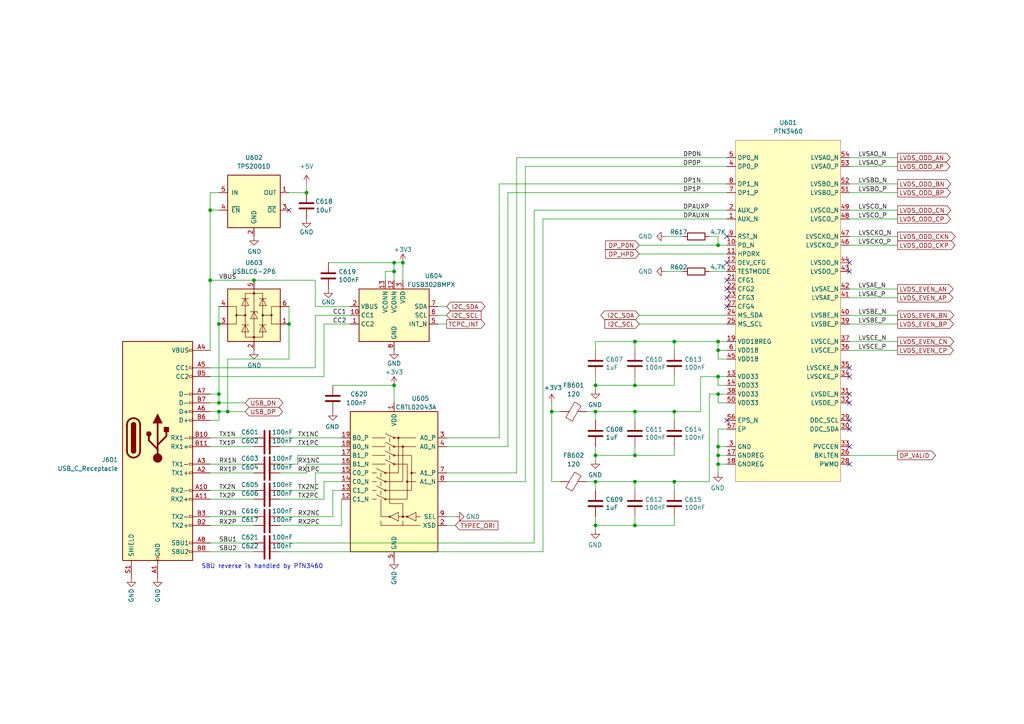
<source format=kicad_sch>
(kicad_sch (version 20211123) (generator eeschema)
  (paper "A4")
  (title_block (title "Caster EPDC") (date "2022-07-03") (rev "R0.4") (company "Copyright 2022 Modos / Engineer: Wenting Zhang"))
  (lib_symbols
    (symbol "Analog_Switch:CBTL02043A"
      (property "Reference" "U" (at -12.7 21.59 0))
      (property "Value" "CBTL02043A" (at 6.35 21.59 0))
      (symbol "CBTL02043A_0_1"
        (rectangle (start -12.7 20.32) (end 12.7 -20.32) (stroke (width 0.254)) (fill (type background)))
        (circle (center -5.08 2.54) (radius 0.254) (fill (type outline)))
        (circle (center -3.81 0) (radius 0.254) (fill (type outline)))
        (circle (center -2.54 10.16) (radius 0.254) (fill (type outline)))
        (circle (center -1.27 12.7) (radius 0.254) (fill (type outline)))
        (polyline (pts (xy -7.62 -10.16) (xy -6.35 -10.16)))
        (polyline (pts (xy -7.62 -12.7) (xy -2.54 -12.7) (xy -2.54 -11.43)))
        (polyline (pts (xy -2.54 -12.7) (xy 3.81 -12.7) (xy 3.81 -11.43)))
        (polyline (pts (xy 1.27 -10.16) (xy -1.27 -8.89) (xy -1.27 -11.43) (xy 1.27 -10.16)))
        (polyline (pts (xy 5.08 -3.81) (xy 2.54 -5.08) (xy -3.81 -5.08) (xy -3.81 0)))
        (polyline (pts (xy 5.08 -1.27) (xy 2.54 -2.54) (xy -5.08 -2.54) (xy -5.08 2.54)))
        (polyline (pts (xy 5.08 1.27) (xy 2.54 0) (xy -2.54 0) (xy -2.54 10.16)))
        (polyline (pts (xy 5.08 3.81) (xy 2.54 2.54) (xy -1.27 2.54) (xy -1.27 12.7)))
      )
      (symbol "CBTL02043A_1_1"
        (circle (center -3.81 -10.16) (radius 0.254))
        (circle (center -2.54 -10.16) (radius 0.254) (fill (type outline)))
        (polyline (pts (xy -2.54 -10.16) (xy -1.27 -10.16)))
        (polyline (pts (xy 1.27 5.08) (xy 1.27 3.81)))
        (polyline (pts (xy 1.27 7.62) (xy 1.27 6.35)))
        (polyline (pts (xy 1.27 10.16) (xy 1.27 8.89)))
        (polyline (pts (xy 1.27 12.7) (xy 1.27 11.43)))
        (polyline (pts (xy 3.81 -3.81) (xy 3.81 -2.54)))
        (polyline (pts (xy 3.81 -1.27) (xy 3.81 0)))
        (polyline (pts (xy 3.81 1.27) (xy 3.81 2.54)))
        (polyline (pts (xy 6.35 -5.08) (xy 5.08 -5.08)))
        (polyline (pts (xy 6.35 -2.54) (xy 5.08 -2.54)))
        (polyline (pts (xy 6.35 0) (xy 5.08 0)))
        (polyline (pts (xy 6.35 2.54) (xy 5.08 2.54)))
        (polyline (pts (xy 6.35 5.08) (xy 2.54 5.08)))
        (polyline (pts (xy 6.35 7.62) (xy 2.54 7.62)))
        (polyline (pts (xy 6.35 10.16) (xy 2.54 10.16)))
        (polyline (pts (xy 6.35 12.7) (xy 2.54 12.7)))
        (polyline (pts (xy -6.35 10.16) (xy 0 10.16) (xy 2.54 11.43)))
        (polyline (pts (xy -6.35 12.7) (xy 0 12.7) (xy 2.54 13.97)))
        (polyline (pts (xy 1.27 -10.16) (xy 3.81 -10.16) (xy 3.81 -5.08)))
        (polyline (pts (xy -3.81 -10.16) (xy -6.35 -8.89) (xy -6.35 -11.43) (xy -3.81 -10.16)))
        (polyline (pts (xy -6.35 0) (xy -3.81 0) (xy -3.81 5.08) (xy 0 5.08) (xy 2.54 6.35)))
        (polyline (pts (xy -6.35 2.54) (xy -5.08 2.54) (xy -5.08 7.62) (xy 0 7.62) (xy 2.54 8.89)))
        (polyline (pts (xy 1.27 3.81) (xy 1.27 -6.35) (xy -2.54 -6.35) (xy -2.54 -10.16) (xy -3.81 -10.16)))
        (circle (center 0 5.08) (radius 0.254))
        (circle (center 0 7.62) (radius 0.254))
        (circle (center 0 10.16) (radius 0.254))
        (circle (center 0 12.7) (radius 0.254))
        (circle (center 1.27 -10.16) (radius 0.254))
        (circle (center 2.54 -5.08) (radius 0.254))
        (circle (center 2.54 -2.54) (radius 0.254))
        (circle (center 2.54 0) (radius 0.254))
        (circle (center 2.54 2.54) (radius 0.254))
        (pin power_in line (at 0 22.86 270) (length 2.54) (name "VDD") (number "1"))
        (pin passive line (at 0 22.86 270) (length 2.54) hide (name "VDD") (number "10"))
        (pin passive line (at 0 -22.86 90) (length 2.54) hide (name "GND") (number "11"))
        (pin passive line (at 15.24 -5.08 180) (length 2.54) (name "C1_N") (number "12"))
        (pin passive line (at 15.24 -2.54 180) (length 2.54) (name "C1_P") (number "13"))
        (pin passive line (at 15.24 0 180) (length 2.54) (name "C0_N") (number "14"))
        (pin passive line (at 15.24 2.54 180) (length 2.54) (name "C0_P") (number "15"))
        (pin passive line (at 15.24 5.08 180) (length 2.54) (name "B1_N") (number "16"))
        (pin passive line (at 15.24 7.62 180) (length 2.54) (name "B1_P") (number "17"))
        (pin passive line (at 15.24 10.16 180) (length 2.54) (name "B0_N") (number "18"))
        (pin passive line (at 15.24 12.7 180) (length 2.54) (name "B0_P") (number "19"))
        (pin input line (at -15.24 -12.7 0) (length 2.54) (name "XSD") (number "2"))
        (pin passive line (at 0 -22.86 90) (length 2.54) hide (name "GND") (number "20"))
        (pin passive line (at 0 -22.86 90) (length 2.54) hide (name "GND") (number "21"))
        (pin passive line (at -15.24 12.7 0) (length 2.54) (name "A0_P") (number "3"))
        (pin passive line (at -15.24 10.16 0) (length 2.54) (name "A0_N") (number "4"))
        (pin power_in line (at 0 -22.86 90) (length 2.54) (name "GND") (number "5"))
        (pin passive line (at 0 22.86 270) (length 2.54) hide (name "VDD") (number "6"))
        (pin passive line (at -15.24 2.54 0) (length 2.54) (name "A1_P") (number "7"))
        (pin passive line (at -15.24 0 0) (length 2.54) (name "A1_N") (number "8"))
        (pin input line (at -15.24 -10.16 0) (length 2.54) (name "SEL") (number "9"))
      )
    )
    (symbol "Connector:USB_C_Receptacle" (pin_names (offset 1.016))
      (property "Reference" "J" (at -10.16 29.21 0))
      (property "Value" "USB_C_Receptacle" (at 10.16 29.21 0))
      (symbol "USB_C_Receptacle_0_0"
        (rectangle (start -0.254 -35.56) (end 0.254 -34.544))
        (rectangle (start 10.16 -32.766) (end 9.144 -33.274))
        (rectangle (start 10.16 -30.226) (end 9.144 -30.734))
        (rectangle (start 10.16 -25.146) (end 9.144 -25.654))
        (rectangle (start 10.16 -22.606) (end 9.144 -23.114))
        (rectangle (start 10.16 -17.526) (end 9.144 -18.034))
        (rectangle (start 10.16 -14.986) (end 9.144 -15.494))
        (rectangle (start 10.16 -9.906) (end 9.144 -10.414))
        (rectangle (start 10.16 -7.366) (end 9.144 -7.874))
        (rectangle (start 10.16 -2.286) (end 9.144 -2.794))
        (rectangle (start 10.16 0.254) (end 9.144 -0.254))
        (rectangle (start 10.16 5.334) (end 9.144 4.826))
        (rectangle (start 10.16 7.874) (end 9.144 7.366))
        (rectangle (start 10.16 10.414) (end 9.144 9.906))
        (rectangle (start 10.16 12.954) (end 9.144 12.446))
        (rectangle (start 10.16 18.034) (end 9.144 17.526))
        (rectangle (start 10.16 20.574) (end 9.144 20.066))
        (rectangle (start 10.16 25.654) (end 9.144 25.146))
      )
      (symbol "USB_C_Receptacle_0_1"
        (rectangle (start -10.16 27.94) (end 10.16 -35.56) (stroke (width 0.254)) (fill (type background)))
        (arc (start -8.89 -3.81) (mid -6.985 -5.715) (end -5.08 -3.81) (stroke (width 0.508)))
        (arc (start -7.62 -3.81) (mid -6.985 -4.445) (end -6.35 -3.81) (stroke (width 0.254)))
        (arc (start -7.62 -3.81) (mid -6.985 -4.445) (end -6.35 -3.81) (stroke (width 0.254)) (fill (type outline)))
        (rectangle (start -7.62 -3.81) (end -6.35 3.81) (stroke (width 0.254)) (fill (type outline)))
        (arc (start -6.35 3.81) (mid -6.985 4.445) (end -7.62 3.81) (stroke (width 0.254)))
        (arc (start -6.35 3.81) (mid -6.985 4.445) (end -7.62 3.81) (stroke (width 0.254)) (fill (type outline)))
        (arc (start -5.08 3.81) (mid -6.985 5.715) (end -8.89 3.81) (stroke (width 0.508)))
        (polyline (pts (xy -8.89 -3.81) (xy -8.89 3.81)) (stroke (width 0.508)))
        (polyline (pts (xy -5.08 3.81) (xy -5.08 -3.81)) (stroke (width 0.508)))
      )
      (symbol "USB_C_Receptacle_1_1"
        (circle (center -2.54 1.143) (radius 0.635) (stroke (width 0.254)) (fill (type outline)))
        (circle (center 0 -5.842) (radius 1.27) (fill (type outline)))
        (polyline (pts (xy 0 -5.842) (xy 0 4.318)) (stroke (width 0.508)))
        (polyline (pts (xy 0 -3.302) (xy -2.54 -0.762) (xy -2.54 0.508)) (stroke (width 0.508)))
        (polyline (pts (xy 0 -2.032) (xy 2.54 0.508) (xy 2.54 1.778)) (stroke (width 0.508)))
        (polyline (pts (xy -1.27 4.318) (xy 0 6.858) (xy 1.27 4.318) (xy -1.27 4.318)) (stroke (width 0.254)) (fill (type outline)))
        (rectangle (start 1.905 1.778) (end 3.175 3.048) (stroke (width 0.254)) (fill (type outline)))
        (pin passive line (at 0 -40.64 90) (length 5.08) (name "GND") (number "A1"))
        (pin bidirectional line (at 15.24 -15.24 180) (length 5.08) (name "RX2-") (number "A10"))
        (pin bidirectional line (at 15.24 -17.78 180) (length 5.08) (name "RX2+") (number "A11"))
        (pin passive line (at 0 -40.64 90) (length 5.08) hide (name "GND") (number "A12"))
        (pin bidirectional line (at 15.24 -10.16 180) (length 5.08) (name "TX1+") (number "A2"))
        (pin bidirectional line (at 15.24 -7.62 180) (length 5.08) (name "TX1-") (number "A3"))
        (pin passive line (at 15.24 25.4 180) (length 5.08) (name "VBUS") (number "A4"))
        (pin bidirectional line (at 15.24 20.32 180) (length 5.08) (name "CC1") (number "A5"))
        (pin bidirectional line (at 15.24 7.62 180) (length 5.08) (name "D+") (number "A6"))
        (pin bidirectional line (at 15.24 12.7 180) (length 5.08) (name "D-") (number "A7"))
        (pin bidirectional line (at 15.24 -30.48 180) (length 5.08) (name "SBU1") (number "A8"))
        (pin passive line (at 15.24 25.4 180) (length 5.08) hide (name "VBUS") (number "A9"))
        (pin passive line (at 0 -40.64 90) (length 5.08) hide (name "GND") (number "B1"))
        (pin bidirectional line (at 15.24 0 180) (length 5.08) (name "RX1-") (number "B10"))
        (pin bidirectional line (at 15.24 -2.54 180) (length 5.08) (name "RX1+") (number "B11"))
        (pin passive line (at 0 -40.64 90) (length 5.08) hide (name "GND") (number "B12"))
        (pin bidirectional line (at 15.24 -25.4 180) (length 5.08) (name "TX2+") (number "B2"))
        (pin bidirectional line (at 15.24 -22.86 180) (length 5.08) (name "TX2-") (number "B3"))
        (pin passive line (at 15.24 25.4 180) (length 5.08) hide (name "VBUS") (number "B4"))
        (pin bidirectional line (at 15.24 17.78 180) (length 5.08) (name "CC2") (number "B5"))
        (pin bidirectional line (at 15.24 5.08 180) (length 5.08) (name "D+") (number "B6"))
        (pin bidirectional line (at 15.24 10.16 180) (length 5.08) (name "D-") (number "B7"))
        (pin bidirectional line (at 15.24 -33.02 180) (length 5.08) (name "SBU2") (number "B8"))
        (pin passive line (at 15.24 25.4 180) (length 5.08) hide (name "VBUS") (number "B9"))
        (pin passive line (at -7.62 -40.64 90) (length 5.08) (name "SHIELD") (number "S1"))
      )
    )
    (symbol "Device:C" (pin_numbers hide) (pin_names (offset 0.254))
      (property "Reference" "C" (at 0.635 2.54 0))
      (property "Value" "C" (at 0.635 -2.54 0))
      (symbol "C_0_1"
        (polyline (pts (xy -2.032 -0.762) (xy 2.032 -0.762)) (stroke (width 0.508)))
        (polyline (pts (xy -2.032 0.762) (xy 2.032 0.762)) (stroke (width 0.508)))
      )
      (symbol "C_1_1"
        (pin passive line (at 0 3.81 270) (length 2.794) (name "~") (number "1"))
        (pin passive line (at 0 -3.81 90) (length 2.794) (name "~") (number "2"))
      )
    )
    (symbol "Device:FerriteBead" (pin_numbers hide) (pin_names (offset 0))
      (property "Reference" "FB" (at -3.81 0.635 90))
      (property "Value" "FerriteBead" (at 3.81 0 90))
      (symbol "FerriteBead_0_1"
        (polyline (pts (xy 0 -1.27) (xy 0 -1.2192)))
        (polyline (pts (xy 0 1.27) (xy 0 1.2954)))
        (polyline (pts (xy -2.7686 0.4064) (xy -1.7018 2.2606) (xy 2.7686 -0.3048) (xy 1.6764 -2.159) (xy -2.7686 0.4064)))
      )
      (symbol "FerriteBead_1_1"
        (pin passive line (at 0 3.81 270) (length 2.54) (name "~") (number "1"))
        (pin passive line (at 0 -3.81 90) (length 2.54) (name "~") (number "2"))
      )
    )
    (symbol "Device:R" (pin_numbers hide) (pin_names (offset 0))
      (property "Reference" "R" (at 2.032 0 90))
      (property "Value" "R" (at 0 0 90))
      (symbol "R_0_1"
        (rectangle (start -1.016 -2.54) (end 1.016 2.54) (stroke (width 0.254)))
      )
      (symbol "R_1_1"
        (pin passive line (at 0 3.81 270) (length 1.27) (name "~") (number "1"))
        (pin passive line (at 0 -3.81 90) (length 1.27) (name "~") (number "2"))
      )
    )
    (symbol "Interface_USB:FUSB302BMPX"
      (property "Reference" "U" (at -10.16 8.89 0))
      (property "Value" "FUSB302BMPX" (at 3.81 8.89 0))
      (symbol "FUSB302BMPX_0_1"
        (rectangle (start -10.16 7.62) (end 10.16 -7.62) (stroke (width 0.254)) (fill (type background)))
      )
      (symbol "FUSB302BMPX_1_1"
        (pin bidirectional line (at 12.7 -2.54 180) (length 2.54) (name "CC2") (number "1"))
        (pin bidirectional line (at 12.7 0 180) (length 2.54) (name "CC1") (number "10"))
        (pin bidirectional line (at 12.7 0 180) (length 2.54) hide (name "CC1") (number "11"))
        (pin power_in line (at 0 10.16 270) (length 2.54) (name "VCONN") (number "12"))
        (pin power_in line (at 2.54 10.16 270) (length 2.54) (name "VCONN") (number "13"))
        (pin bidirectional line (at 12.7 -2.54 180) (length 2.54) hide (name "CC2") (number "14"))
        (pin passive line (at 0 -10.16 90) (length 2.54) hide (name "GND") (number "15"))
        (pin input line (at 12.7 2.54 180) (length 2.54) (name "VBUS") (number "2"))
        (pin power_in line (at -2.54 10.16 270) (length 2.54) (name "VDD") (number "3"))
        (pin passive line (at -2.54 10.16 270) (length 2.54) hide (name "VDD") (number "4"))
        (pin open_collector line (at -12.7 -2.54 0) (length 2.54) (name "INT_N") (number "5"))
        (pin input line (at -12.7 0 0) (length 2.54) (name "SCL") (number "6"))
        (pin bidirectional line (at -12.7 2.54 0) (length 2.54) (name "SDA") (number "7"))
        (pin power_in line (at 0 -10.16 90) (length 2.54) (name "GND") (number "8"))
        (pin passive line (at 0 -10.16 90) (length 2.54) hide (name "GND") (number "9"))
      )
    )
    (symbol "Power_Protection:USBLC6-2P6" (pin_names hide)
      (property "Reference" "U" (at 2.54 8.89 0))
      (property "Value" "USBLC6-2P6" (at 2.54 -8.89 0))
      (symbol "USBLC6-2P6_0_1"
        (rectangle (start -7.62 -7.62) (end 7.62 7.62) (stroke (width 0.254)) (fill (type background)))
        (circle (center -5.08 0) (radius 0.254) (fill (type outline)))
        (circle (center -2.54 0) (radius 0.254) (fill (type outline)))
        (rectangle (start -2.54 6.35) (end 2.54 -6.35))
        (circle (center 0 -6.35) (radius 0.254) (fill (type outline)))
        (polyline (pts (xy -5.08 -2.54) (xy -7.62 -2.54)))
        (polyline (pts (xy -5.08 0) (xy -5.08 -2.54)))
        (polyline (pts (xy -5.08 2.54) (xy -7.62 2.54)))
        (polyline (pts (xy -1.524 -2.794) (xy -3.556 -2.794)))
        (polyline (pts (xy -1.524 4.826) (xy -3.556 4.826)))
        (polyline (pts (xy 0 -7.62) (xy 0 -6.35)))
        (polyline (pts (xy 0 -6.35) (xy 0 1.27)))
        (polyline (pts (xy 0 1.27) (xy 0 6.35)))
        (polyline (pts (xy 0 6.35) (xy 0 7.62)))
        (polyline (pts (xy 1.524 -2.794) (xy 3.556 -2.794)))
        (polyline (pts (xy 1.524 4.826) (xy 3.556 4.826)))
        (polyline (pts (xy 5.08 -2.54) (xy 7.62 -2.54)))
        (polyline (pts (xy 5.08 0) (xy 5.08 -2.54)))
        (polyline (pts (xy 5.08 2.54) (xy 7.62 2.54)))
        (polyline (pts (xy -2.54 0) (xy -5.08 0) (xy -5.08 2.54)))
        (polyline (pts (xy 2.54 0) (xy 5.08 0) (xy 5.08 2.54)))
        (polyline (pts (xy -3.556 -4.826) (xy -1.524 -4.826) (xy -2.54 -2.794) (xy -3.556 -4.826)))
        (polyline (pts (xy -3.556 2.794) (xy -1.524 2.794) (xy -2.54 4.826) (xy -3.556 2.794)))
        (polyline (pts (xy -1.016 -1.016) (xy 1.016 -1.016) (xy 0 1.016) (xy -1.016 -1.016)))
        (polyline (pts (xy 1.016 1.016) (xy 0.762 1.016) (xy -1.016 1.016) (xy -1.016 0.508)))
        (polyline (pts (xy 3.556 -4.826) (xy 1.524 -4.826) (xy 2.54 -2.794) (xy 3.556 -4.826)))
        (polyline (pts (xy 3.556 2.794) (xy 1.524 2.794) (xy 2.54 4.826) (xy 3.556 2.794)))
        (circle (center 0 6.35) (radius 0.254) (fill (type outline)))
        (circle (center 2.54 0) (radius 0.254) (fill (type outline)))
        (circle (center 5.08 0) (radius 0.254) (fill (type outline)))
      )
      (symbol "USBLC6-2P6_1_1"
        (pin passive line (at -10.16 -2.54 0) (length 2.54) (name "I/O1") (number "1"))
        (pin passive line (at 0 -10.16 90) (length 2.54) (name "GND") (number "2"))
        (pin passive line (at 10.16 -2.54 180) (length 2.54) (name "I/O2") (number "3"))
        (pin passive line (at 10.16 2.54 180) (length 2.54) (name "I/O2") (number "4"))
        (pin passive line (at 0 10.16 270) (length 2.54) (name "VBUS") (number "5"))
        (pin passive line (at -10.16 2.54 0) (length 2.54) (name "I/O1") (number "6"))
      )
    )
    (symbol "power:+3V3" (power) (pin_names (offset 0))
      (property "Value" "+3V3" (at 0 3.556 0))
      (symbol "+3V3_0_1"
        (polyline (pts (xy -0.762 1.27) (xy 0 2.54)))
        (polyline (pts (xy 0 0) (xy 0 2.54)))
        (polyline (pts (xy 0 2.54) (xy 0.762 1.27)))
      )
      (symbol "+3V3_1_1"
        (pin power_in line (at 0 0 90) (length 0) hide (name "+3V3") (number "1"))
      )
    )
    (symbol "power:+5V" (power) (pin_names (offset 0))
      (property "Value" "+5V" (at 0 3.556 0))
      (symbol "+5V_0_1"
        (polyline (pts (xy -0.762 1.27) (xy 0 2.54)))
        (polyline (pts (xy 0 0) (xy 0 2.54)))
        (polyline (pts (xy 0 2.54) (xy 0.762 1.27)))
      )
      (symbol "+5V_1_1"
        (pin power_in line (at 0 0 90) (length 0) hide (name "+5V") (number "1"))
      )
    )
    (symbol "power:GND" (power) (pin_names (offset 0))
      (property "Value" "GND" (at 0 -3.81 0))
      (symbol "GND_0_1"
        (polyline (pts (xy 0 0) (xy 0 -1.27) (xy 1.27 -1.27) (xy 0 -2.54) (xy -1.27 -1.27) (xy 0 -1.27)))
      )
      (symbol "GND_1_1"
        (pin power_in line (at 0 0 270) (length 0) hide (name "GND") (number "1"))
      )
    )
    (symbol "symbols:PTN3460"
      (property "Reference" "U" (at 0 0 0))
      (property "Value" "PTN3460" (at 0 -2.54 0))
      (symbol "PTN3460_0_1"
        (rectangle (start -15.24 -5.08) (end 15.24 -104.14) (stroke (width 0.001)) (fill (type background)))
      )
      (symbol "PTN3460_1_1"
        (pin bidirectional line (at -17.78 -27.94 0) (length 2.54) (name "AUX_N") (number "1"))
        (pin input line (at -17.78 -35.56 0) (length 2.54) (name "PD_N") (number "10"))
        (pin input line (at -17.78 -38.1 0) (length 2.54) (name "HPDRX") (number "11"))
        (pin input line (at -17.78 -40.64 0) (length 2.54) (name "DEV_CFG") (number "12"))
        (pin power_in line (at -17.78 -73.66 0) (length 2.54) (name "VDD33") (number "13"))
        (pin power_in line (at -17.78 -76.2 0) (length 2.54) (name "VDD33") (number "14"))
        (pin input line (at 0 -93.98 0) (length 2.54) hide (name "NC") (number "15"))
        (pin input line (at 0 -96.52 0) (length 2.54) hide (name "NC") (number "16"))
        (pin power_in line (at -17.78 -96.52 0) (length 2.54) (name "GNDREG") (number "17"))
        (pin power_in line (at -17.78 -99.06 0) (length 2.54) (name "GNDREG") (number "18"))
        (pin power_out line (at -17.78 -63.5 0) (length 2.54) (name "VDD18REG") (number "19"))
        (pin bidirectional line (at -17.78 -25.4 0) (length 2.54) (name "AUX_P") (number "2"))
        (pin input line (at -17.78 -43.18 0) (length 2.54) (name "TESTMODE") (number "20"))
        (pin input line (at -17.78 -45.72 0) (length 2.54) (name "CFG1") (number "21"))
        (pin input line (at -17.78 -48.26 0) (length 2.54) (name "CFG2") (number "22"))
        (pin input line (at -17.78 -50.8 0) (length 2.54) (name "CFG3") (number "23"))
        (pin input line (at -17.78 -55.88 0) (length 2.54) (name "MS_SDA") (number "24"))
        (pin input line (at -17.78 -58.42 0) (length 2.54) (name "MS_SCL") (number "25"))
        (pin output line (at 17.78 -96.52 180) (length 2.54) (name "BKLTEN") (number "26"))
        (pin input line (at -17.78 -53.34 0) (length 2.54) (name "CFG4") (number "27"))
        (pin output line (at 17.78 -99.06 180) (length 2.54) (name "PWMO") (number "28"))
        (pin open_collector line (at 17.78 -86.36 180) (length 2.54) (name "DDC_SCL") (number "29"))
        (pin power_in line (at -17.78 -93.98 0) (length 2.54) (name "GND") (number "3"))
        (pin open_collector line (at 17.78 -88.9 180) (length 2.54) (name "DDC_SDA") (number "30"))
        (pin output line (at 17.78 -78.74 180) (length 2.54) (name "LVSDE_N") (number "31"))
        (pin output line (at 17.78 -81.28 180) (length 2.54) (name "LVSDE_P") (number "32"))
        (pin output line (at 17.78 -93.98 180) (length 2.54) (name "PVCCEN") (number "33"))
        (pin output line (at 17.78 -73.66 180) (length 2.54) (name "LVSCKE_P") (number "34"))
        (pin output line (at 17.78 -71.12 180) (length 2.54) (name "LVSCKE_N") (number "35"))
        (pin output line (at 17.78 -66.04 180) (length 2.54) (name "LVSCE_P") (number "36"))
        (pin output line (at 17.78 -63.5 180) (length 2.54) (name "LVSCE_N") (number "37"))
        (pin power_in line (at -17.78 -78.74 0) (length 2.54) (name "VDD33") (number "38"))
        (pin output line (at 17.78 -58.42 180) (length 2.54) (name "LVSBE_P") (number "39"))
        (pin input line (at -17.78 -12.7 0) (length 2.54) (name "DP0_P") (number "4"))
        (pin output line (at 17.78 -55.88 180) (length 2.54) (name "LVSBE_N") (number "40"))
        (pin output line (at 17.78 -50.8 180) (length 2.54) (name "LVSAE_P") (number "41"))
        (pin output line (at 17.78 -48.26 180) (length 2.54) (name "LVSAE_N") (number "42"))
        (pin output line (at 17.78 -43.18 180) (length 2.54) (name "LVSDO_P") (number "43"))
        (pin output line (at 17.78 -40.64 180) (length 2.54) (name "LVSDO_N") (number "44"))
        (pin power_in line (at -17.78 -68.58 0) (length 2.54) (name "VDD18") (number "45"))
        (pin output line (at 17.78 -35.56 180) (length 2.54) (name "LVSCKO_P") (number "46"))
        (pin output line (at 17.78 -33.02 180) (length 2.54) (name "LVSCKO_N") (number "47"))
        (pin output line (at 17.78 -27.94 180) (length 2.54) (name "LVSCO_P") (number "48"))
        (pin output line (at 17.78 -25.4 180) (length 2.54) (name "LVSCO_N") (number "49"))
        (pin input line (at -17.78 -10.16 0) (length 2.54) (name "DP0_N") (number "5"))
        (pin power_in line (at -17.78 -81.28 0) (length 2.54) (name "VDD33") (number "50"))
        (pin output line (at 17.78 -20.32 180) (length 2.54) (name "LVSBO_P") (number "51"))
        (pin output line (at 17.78 -17.78 180) (length 2.54) (name "LVSBO_N") (number "52"))
        (pin output line (at 17.78 -12.7 180) (length 2.54) (name "LVSAO_P") (number "53"))
        (pin output line (at 17.78 -10.16 180) (length 2.54) (name "LVSAO_N") (number "54"))
        (pin input line (at 0 -99.06 0) (length 2.54) hide (name "NC") (number "55"))
        (pin input line (at -17.78 -86.36 0) (length 2.54) (name "EPS_N") (number "56"))
        (pin input line (at -17.78 -88.9 0) (length 2.54) (name "EP") (number "57"))
        (pin power_in line (at -17.78 -66.04 0) (length 2.54) (name "VDD18") (number "6"))
        (pin input line (at -17.78 -20.32 0) (length 2.54) (name "DP1_P") (number "7"))
        (pin input line (at -17.78 -17.78 0) (length 2.54) (name "DP1_N") (number "8"))
        (pin input line (at -17.78 -33.02 0) (length 2.54) (name "RST_N") (number "9"))
      )
    )
    (symbol "symbols:TPS2001D" (pin_names (offset 1.016))
      (property "Reference" "U" (at 0 10.795 0))
      (property "Value" "TPS2001D" (at 0 8.89 0))
      (symbol "TPS2001D_0_1"
        (rectangle (start -7.62 7.62) (end 7.62 -7.62) (stroke (width 0.254)) (fill (type background)))
      )
      (symbol "TPS2001D_1_1"
        (pin power_out line (at 10.16 2.54 180) (length 2.54) (name "OUT") (number "1"))
        (pin power_in line (at 0 -10.16 90) (length 2.54) (name "GND") (number "2"))
        (pin open_collector line (at 10.16 -2.54 180) (length 2.54) (name "~{OC}") (number "3"))
        (pin input line (at -10.16 -2.54 0) (length 2.54) (name "~{EN}") (number "4"))
        (pin power_in line (at -10.16 2.54 0) (length 2.54) (name "IN") (number "5"))
      )
    )
  )
  (junction (at 208.28 134.62) (diameter 0.9144))
  (junction (at 114.3 76.2))
  (junction (at 195.58 139.7) (diameter 0.9144))
  (junction (at 208.28 132.08) (diameter 0.9144))
  (junction (at 184.15 99.06) (diameter 0.9144))
  (junction (at 63.5 93.98))
  (junction (at 172.72 119.38) (diameter 0.9144))
  (junction (at 172.72 132.08) (diameter 0.9144))
  (junction (at 195.58 99.06) (diameter 0.9144))
  (junction (at 73.66 81.28))
  (junction (at 195.58 119.38) (diameter 0.9144))
  (junction (at 184.15 152.4) (diameter 0.9144))
  (junction (at 63.5 114.3))
  (junction (at 160.02 119.38) (diameter 0.9144))
  (junction (at 60.96 81.28))
  (junction (at 88.9 55.88))
  (junction (at 114.3 78.74))
  (junction (at 116.84 76.2))
  (junction (at 208.28 109.22) (diameter 0.9144))
  (junction (at 63.5 119.38))
  (junction (at 172.72 152.4) (diameter 0.9144))
  (junction (at 208.28 114.3) (diameter 0.9144))
  (junction (at 208.28 99.06) (diameter 0.9144))
  (junction (at 83.82 93.98))
  (junction (at 184.15 139.7) (diameter 0.9144))
  (junction (at 66.04 119.38))
  (junction (at 184.15 132.08) (diameter 0.9144))
  (junction (at 184.15 111.76) (diameter 0.9144))
  (junction (at 172.72 111.76) (diameter 0.9144))
  (junction (at 208.28 129.54) (diameter 0.9144))
  (junction (at 208.28 101.6) (diameter 0.9144))
  (junction (at 60.96 60.96))
  (junction (at 63.5 116.84))
  (junction (at 208.28 71.12))
  (junction (at 172.72 139.7) (diameter 0.9144))
  (junction (at 184.15 119.38) (diameter 0.9144))
  (junction (at 114.3 111.76))
  (no_connect (at 210.82 121.92))
  (no_connect (at 210.82 76.2))
  (no_connect (at 246.38 121.92))
  (no_connect (at 246.38 124.46))
  (no_connect (at 246.38 129.54))
  (no_connect (at 246.38 134.62))
  (no_connect (at 83.82 60.96))
  (no_connect (at 210.82 68.58))
  (no_connect (at 246.38 78.74))
  (no_connect (at 246.38 76.2))
  (no_connect (at 246.38 114.3))
  (no_connect (at 246.38 116.84))
  (no_connect (at 246.38 109.22))
  (no_connect (at 246.38 106.68))
  (no_connect (at 210.82 88.9))
  (no_connect (at 210.82 86.36))
  (no_connect (at 210.82 81.28))
  (no_connect (at 210.82 83.82))
  (wire (pts (xy 60.96 60.96) (xy 60.96 55.88)))
  (wire (pts (xy 172.72 99.06) (xy 172.72 101.6)))
  (wire (pts (xy 60.96 160.02) (xy 73.66 160.02)))
  (wire (pts (xy 86.36 134.62) (xy 81.28 134.62)))
  (wire (pts (xy 127 91.44) (xy 129.54 91.44)))
  (wire (pts (xy 60.96 106.68) (xy 91.44 106.68)))
  (wire (pts (xy 99.06 137.16) (xy 91.44 137.16)))
  (wire (pts (xy 96.52 111.76) (xy 114.3 111.76)))
  (wire (pts (xy 246.38 93.98) (xy 260.35 93.98)))
  (wire (pts (xy 195.58 129.54) (xy 195.58 132.08)))
  (wire (pts (xy 246.38 45.72) (xy 260.35 45.72)))
  (wire (pts (xy 208.28 116.84) (xy 210.82 116.84)))
  (wire (pts (xy 210.82 111.76) (xy 208.28 111.76)))
  (wire (pts (xy 205.74 68.58) (xy 208.28 68.58)))
  (wire (pts (xy 60.96 114.3) (xy 63.5 114.3)))
  (wire (pts (xy 205.74 139.7) (xy 205.74 114.3)))
  (wire (pts (xy 91.44 91.44) (xy 101.6 91.44)))
  (wire (pts (xy 172.72 111.76) (xy 172.72 113.03)))
  (wire (pts (xy 60.96 142.24) (xy 73.66 142.24)))
  (wire (pts (xy 208.28 101.6) (xy 208.28 99.06)))
  (wire (pts (xy 208.28 99.06) (xy 210.82 99.06)))
  (wire (pts (xy 208.28 114.3) (xy 210.82 114.3)))
  (wire (pts (xy 195.58 109.22) (xy 195.58 111.76)))
  (wire (pts (xy 129.54 139.7) (xy 152.4 139.7)))
  (wire (pts (xy 86.36 132.08) (xy 86.36 134.62)))
  (wire (pts (xy 246.38 68.58) (xy 260.35 68.58)))
  (wire (pts (xy 147.32 55.88) (xy 147.32 129.54)))
  (wire (pts (xy 184.15 109.22) (xy 184.15 111.76)))
  (wire (pts (xy 63.5 119.38) (xy 66.04 119.38)))
  (wire (pts (xy 193.04 78.74) (xy 198.12 78.74)))
  (wire (pts (xy 208.28 111.76) (xy 208.28 109.22)))
  (wire (pts (xy 88.9 55.88) (xy 88.9 53.34)))
  (wire (pts (xy 60.96 81.28) (xy 60.96 101.6)))
  (wire (pts (xy 154.94 60.96) (xy 154.94 157.48)))
  (wire (pts (xy 184.15 139.7) (xy 184.15 142.24)))
  (wire (pts (xy 81.28 157.48) (xy 154.94 157.48)))
  (wire (pts (xy 144.78 53.34) (xy 144.78 127)))
  (wire (pts (xy 114.3 76.2) (xy 114.3 78.74)))
  (wire (pts (xy 63.5 116.84) (xy 63.5 114.3)))
  (wire (pts (xy 60.96 129.54) (xy 73.66 129.54)))
  (wire (pts (xy 185.42 93.98) (xy 210.82 93.98)))
  (wire (pts (xy 208.28 132.08) (xy 208.28 134.62)))
  (wire (pts (xy 195.58 99.06) (xy 208.28 99.06)))
  (wire (pts (xy 63.5 116.84) (xy 71.12 116.84)))
  (wire (pts (xy 184.15 99.06) (xy 184.15 101.6)))
  (wire (pts (xy 246.38 101.6) (xy 260.35 101.6)))
  (wire (pts (xy 114.3 111.76) (xy 114.3 116.84)))
  (wire (pts (xy 160.02 139.7) (xy 162.56 139.7)))
  (wire (pts (xy 246.38 132.08) (xy 260.35 132.08)))
  (wire (pts (xy 60.96 144.78) (xy 73.66 144.78)))
  (wire (pts (xy 246.38 83.82) (xy 260.35 83.82)))
  (wire (pts (xy 208.28 68.58) (xy 208.28 71.12)))
  (wire (pts (xy 205.74 78.74) (xy 210.82 78.74)))
  (wire (pts (xy 86.36 132.08) (xy 99.06 132.08)))
  (wire (pts (xy 184.15 152.4) (xy 195.58 152.4)))
  (wire (pts (xy 60.96 81.28) (xy 73.66 81.28)))
  (wire (pts (xy 208.28 104.14) (xy 208.28 101.6)))
  (wire (pts (xy 99.06 139.7) (xy 93.98 139.7)))
  (wire (pts (xy 129.54 127) (xy 144.78 127)))
  (wire (pts (xy 184.15 119.38) (xy 172.72 119.38)))
  (wire (pts (xy 172.72 152.4) (xy 172.72 153.67)))
  (wire (pts (xy 127 88.9) (xy 129.54 88.9)))
  (wire (pts (xy 114.3 78.74) (xy 114.3 81.28)))
  (wire (pts (xy 129.54 149.86) (xy 132.08 149.86)))
  (wire (pts (xy 195.58 149.86) (xy 195.58 152.4)))
  (wire (pts (xy 60.96 55.88) (xy 63.5 55.88)))
  (wire (pts (xy 81.28 144.78) (xy 93.98 144.78)))
  (wire (pts (xy 127 93.98) (xy 129.54 93.98)))
  (wire (pts (xy 91.44 137.16) (xy 91.44 142.24)))
  (wire (pts (xy 63.5 93.98) (xy 63.5 88.9)))
  (wire (pts (xy 91.44 88.9) (xy 91.44 81.28)))
  (wire (pts (xy 195.58 139.7) (xy 195.58 142.24)))
  (wire (pts (xy 208.28 132.08) (xy 210.82 132.08)))
  (wire (pts (xy 195.58 139.7) (xy 205.74 139.7)))
  (wire (pts (xy 184.15 149.86) (xy 184.15 152.4)))
  (wire (pts (xy 205.74 114.3) (xy 208.28 114.3)))
  (wire (pts (xy 195.58 119.38) (xy 195.58 121.92)))
  (wire (pts (xy 208.28 101.6) (xy 210.82 101.6)))
  (wire (pts (xy 93.98 139.7) (xy 93.98 144.78)))
  (wire (pts (xy 195.58 119.38) (xy 203.2 119.38)))
  (wire (pts (xy 129.54 137.16) (xy 149.86 137.16)))
  (wire (pts (xy 116.84 76.2) (xy 116.84 81.28)))
  (wire (pts (xy 246.38 71.12) (xy 260.35 71.12)))
  (wire (pts (xy 111.76 78.74) (xy 114.3 78.74)))
  (wire (pts (xy 66.04 119.38) (xy 71.12 119.38)))
  (wire (pts (xy 60.96 149.86) (xy 73.66 149.86)))
  (wire (pts (xy 184.15 139.7) (xy 172.72 139.7)))
  (wire (pts (xy 99.06 134.62) (xy 88.9 134.62)))
  (wire (pts (xy 88.9 134.62) (xy 88.9 137.16)))
  (wire (pts (xy 170.18 119.38) (xy 172.72 119.38)))
  (wire (pts (xy 101.6 88.9) (xy 91.44 88.9)))
  (wire (pts (xy 152.4 48.26) (xy 210.82 48.26)))
  (wire (pts (xy 160.02 119.38) (xy 162.56 119.38)))
  (wire (pts (xy 208.28 129.54) (xy 208.28 132.08)))
  (wire (pts (xy 91.44 91.44) (xy 91.44 106.68)))
  (wire (pts (xy 208.28 134.62) (xy 208.28 137.16)))
  (wire (pts (xy 81.28 137.16) (xy 88.9 137.16)))
  (wire (pts (xy 99.06 142.24) (xy 96.52 142.24)))
  (wire (pts (xy 129.54 129.54) (xy 147.32 129.54)))
  (wire (pts (xy 246.38 63.5) (xy 260.35 63.5)))
  (wire (pts (xy 172.72 119.38) (xy 172.72 121.92)))
  (wire (pts (xy 184.15 129.54) (xy 184.15 132.08)))
  (wire (pts (xy 60.96 134.62) (xy 73.66 134.62)))
  (wire (pts (xy 81.28 149.86) (xy 96.52 149.86)))
  (wire (pts (xy 246.38 53.34) (xy 260.35 53.34)))
  (wire (pts (xy 96.52 142.24) (xy 96.52 149.86)))
  (wire (pts (xy 185.42 71.12) (xy 208.28 71.12)))
  (wire (pts (xy 170.18 139.7) (xy 172.72 139.7)))
  (wire (pts (xy 208.28 71.12) (xy 210.82 71.12)))
  (wire (pts (xy 83.82 55.88) (xy 88.9 55.88)))
  (wire (pts (xy 184.15 99.06) (xy 172.72 99.06)))
  (wire (pts (xy 246.38 86.36) (xy 260.35 86.36)))
  (wire (pts (xy 208.28 129.54) (xy 210.82 129.54)))
  (wire (pts (xy 160.02 116.84) (xy 160.02 119.38)))
  (wire (pts (xy 83.82 93.98) (xy 83.82 104.14)))
  (wire (pts (xy 81.28 160.02) (xy 157.48 160.02)))
  (wire (pts (xy 210.82 104.14) (xy 208.28 104.14)))
  (wire (pts (xy 81.28 129.54) (xy 99.06 129.54)))
  (wire (pts (xy 195.58 119.38) (xy 184.15 119.38)))
  (wire (pts (xy 246.38 48.26) (xy 260.35 48.26)))
  (wire (pts (xy 203.2 109.22) (xy 208.28 109.22)))
  (wire (pts (xy 184.15 111.76) (xy 195.58 111.76)))
  (wire (pts (xy 66.04 104.14) (xy 66.04 119.38)))
  (wire (pts (xy 184.15 132.08) (xy 172.72 132.08)))
  (wire (pts (xy 93.98 93.98) (xy 93.98 109.22)))
  (wire (pts (xy 81.28 152.4) (xy 99.06 152.4)))
  (wire (pts (xy 81.28 127) (xy 99.06 127)))
  (wire (pts (xy 147.32 55.88) (xy 210.82 55.88)))
  (wire (pts (xy 60.96 127) (xy 73.66 127)))
  (wire (pts (xy 129.54 152.4) (xy 132.08 152.4)))
  (wire (pts (xy 208.28 134.62) (xy 210.82 134.62)))
  (wire (pts (xy 246.38 99.06) (xy 260.35 99.06)))
  (wire (pts (xy 152.4 48.26) (xy 152.4 139.7)))
  (wire (pts (xy 149.86 45.72) (xy 210.82 45.72)))
  (wire (pts (xy 246.38 55.88) (xy 260.35 55.88)))
  (wire (pts (xy 63.5 114.3) (xy 63.5 93.98)))
  (wire (pts (xy 172.72 129.54) (xy 172.72 132.08)))
  (wire (pts (xy 114.3 76.2) (xy 116.84 76.2)))
  (wire (pts (xy 193.04 68.58) (xy 198.12 68.58)))
  (wire (pts (xy 208.28 109.22) (xy 210.82 109.22)))
  (wire (pts (xy 172.72 149.86) (xy 172.72 152.4)))
  (wire (pts (xy 63.5 121.92) (xy 63.5 119.38)))
  (wire (pts (xy 172.72 109.22) (xy 172.72 111.76)))
  (wire (pts (xy 195.58 99.06) (xy 195.58 101.6)))
  (wire (pts (xy 149.86 45.72) (xy 149.86 137.16)))
  (wire (pts (xy 195.58 99.06) (xy 184.15 99.06)))
  (wire (pts (xy 60.96 121.92) (xy 63.5 121.92)))
  (wire (pts (xy 93.98 93.98) (xy 101.6 93.98)))
  (wire (pts (xy 246.38 60.96) (xy 260.35 60.96)))
  (wire (pts (xy 208.28 124.46) (xy 208.28 129.54)))
  (wire (pts (xy 154.94 60.96) (xy 210.82 60.96)))
  (wire (pts (xy 172.72 132.08) (xy 172.72 133.35)))
  (wire (pts (xy 157.48 63.5) (xy 157.48 160.02)))
  (wire (pts (xy 99.06 144.78) (xy 99.06 152.4)))
  (wire (pts (xy 60.96 137.16) (xy 73.66 137.16)))
  (wire (pts (xy 83.82 93.98) (xy 83.82 88.9)))
  (wire (pts (xy 60.96 109.22) (xy 93.98 109.22)))
  (wire (pts (xy 185.42 91.44) (xy 210.82 91.44)))
  (wire (pts (xy 95.25 76.2) (xy 114.3 76.2)))
  (wire (pts (xy 60.96 157.48) (xy 73.66 157.48)))
  (wire (pts (xy 60.96 81.28) (xy 60.96 60.96)))
  (wire (pts (xy 172.72 139.7) (xy 172.72 142.24)))
  (wire (pts (xy 184.15 152.4) (xy 172.72 152.4)))
  (wire (pts (xy 83.82 104.14) (xy 66.04 104.14)))
  (wire (pts (xy 184.15 111.76) (xy 172.72 111.76)))
  (wire (pts (xy 203.2 109.22) (xy 203.2 119.38)))
  (wire (pts (xy 185.42 73.66) (xy 210.82 73.66)))
  (wire (pts (xy 157.48 63.5) (xy 210.82 63.5)))
  (wire (pts (xy 246.38 91.44) (xy 260.35 91.44)))
  (wire (pts (xy 210.82 124.46) (xy 208.28 124.46)))
  (wire (pts (xy 160.02 119.38) (xy 160.02 139.7)))
  (wire (pts (xy 60.96 152.4) (xy 73.66 152.4)))
  (wire (pts (xy 184.15 132.08) (xy 195.58 132.08)))
  (wire (pts (xy 60.96 60.96) (xy 63.5 60.96)))
  (wire (pts (xy 144.78 53.34) (xy 210.82 53.34)))
  (wire (pts (xy 208.28 116.84) (xy 208.28 114.3)))
  (wire (pts (xy 60.96 116.84) (xy 63.5 116.84)))
  (wire (pts (xy 91.44 81.28) (xy 73.66 81.28)))
  (wire (pts (xy 195.58 139.7) (xy 184.15 139.7)))
  (wire (pts (xy 60.96 119.38) (xy 63.5 119.38)))
  (wire (pts (xy 111.76 81.28) (xy 111.76 78.74)))
  (wire (pts (xy 81.28 142.24) (xy 91.44 142.24)))
  (wire (pts (xy 184.15 119.38) (xy 184.15 121.92)))
  (text "SBU reverse is handled by PTN3460" (at 58.42 165.1 0) (effects (font (size 1.27 1.27)) (justify left bottom)))
  (label "RX2P" (at 63.5 152.4 0))
  (label "DP0N" (at 198.12 45.72 0))
  (label "LVSBO_N" (at 248.92 53.34 0))
  (label "DP1N" (at 198.12 53.34 0))
  (label "TX2NC" (at 86.36 142.24 0))
  (label "RX2NC" (at 86.36 149.86 0))
  (label "TX1NC" (at 86.36 127 0))
  (label "TX2N" (at 63.5 142.24 0))
  (label "RX1PC" (at 86.36 137.16 0))
  (label "LVSBO_P" (at 248.92 55.88 0))
  (label "CC2" (at 96.52 93.98 0))
  (label "LVSBE_N" (at 248.92 91.44 0))
  (label "LVSBE_P" (at 248.92 93.98 0))
  (label "LVSAE_P" (at 248.92 86.36 0))
  (label "SBU1" (at 63.5 157.48 0))
  (label "TX1PC" (at 86.36 129.54 0))
  (label "LVSCE_P" (at 248.92 101.6 0))
  (label "TX1P" (at 63.5 129.54 0))
  (label "LVSAO_N" (at 248.92 45.72 0))
  (label "LVSAE_N" (at 248.92 83.82 0))
  (label "LVSCKO_P" (at 248.92 71.12 0))
  (label "DPAUXN" (at 198.12 63.5 0))
  (label "RX1P" (at 63.5 137.16 0))
  (label "LVSCKO_N" (at 248.92 68.58 0))
  (label "RX2PC" (at 86.36 152.4 0))
  (label "RX2N" (at 63.5 149.86 0))
  (label "SBU2" (at 63.5 160.02 0))
  (label "LVSCE_N" (at 248.92 99.06 0))
  (label "DP0P" (at 198.12 48.26 0))
  (label "LVSCO_P" (at 248.92 63.5 0))
  (label "TX1N" (at 63.5 127 0))
  (label "RX1NC" (at 86.36 134.62 0))
  (label "DPAUXP" (at 198.12 60.96 0))
  (label "DP1P" (at 198.12 55.88 0))
  (label "TX2PC" (at 86.36 144.78 0))
  (label "RX1N" (at 63.5 134.62 0))
  (label "LVSCO_N" (at 248.92 60.96 0))
  (label "CC1" (at 96.52 91.44 0))
  (label "TX2P" (at 63.5 144.78 0))
  (label "LVSAO_P" (at 248.92 48.26 0))
  (label "VBUS" (at 63.5 81.28 0))
  (global_label "DP_PDN" (shape input) (at 185.42 71.12 180) (property "Intersheet References" "${INTERSHEET_REFS}" (effects hide)))
  (global_label "I2C_SDA" (shape bidirectional) (at 185.42 91.44 180) (property "Intersheet References" "${INTERSHEET_REFS}" (effects hide)))
  (global_label "USB_DN" (shape bidirectional) (at 71.12 116.84 0) (property "Intersheet References" "${INTERSHEET_REFS}" (effects hide)))
  (global_label "LVDS_ODD_BN" (shape output) (at 260.35 53.34 0) (property "Intersheet References" "${INTERSHEET_REFS}" (effects hide)))
  (global_label "LVDS_EVEN_AN" (shape output) (at 260.35 83.82 0) (property "Intersheet References" "${INTERSHEET_REFS}" (effects hide)))
  (global_label "TYPEC_ORI" (shape input) (at 132.08 152.4 0) (property "Intersheet References" "${INTERSHEET_REFS}" (effects hide)))
  (global_label "LVDS_ODD_CP" (shape output) (at 260.35 63.5 0) (property "Intersheet References" "${INTERSHEET_REFS}" (effects hide)))
  (global_label "USB_DP" (shape bidirectional) (at 71.12 119.38 0) (property "Intersheet References" "${INTERSHEET_REFS}" (effects hide)))
  (global_label "LVDS_EVEN_BP" (shape output) (at 260.35 93.98 0) (property "Intersheet References" "${INTERSHEET_REFS}" (effects hide)))
  (global_label "LVDS_EVEN_CN" (shape output) (at 260.35 99.06 0) (property "Intersheet References" "${INTERSHEET_REFS}" (effects hide)))
  (global_label "DP_HPD" (shape input) (at 185.42 73.66 180) (property "Intersheet References" "${INTERSHEET_REFS}" (effects hide)))
  (global_label "LVDS_ODD_AN" (shape output) (at 260.35 45.72 0) (property "Intersheet References" "${INTERSHEET_REFS}" (effects hide)))
  (global_label "I2C_SCL" (shape input) (at 185.42 93.98 180) (property "Intersheet References" "${INTERSHEET_REFS}" (effects hide)))
  (global_label "LVDS_ODD_CKP" (shape output) (at 260.35 71.12 0) (property "Intersheet References" "${INTERSHEET_REFS}" (effects hide)))
  (global_label "I2C_SCL" (shape input) (at 129.54 91.44 0) (property "Intersheet References" "${INTERSHEET_REFS}" (effects hide)))
  (global_label "LVDS_EVEN_CP" (shape output) (at 260.35 101.6 0) (property "Intersheet References" "${INTERSHEET_REFS}" (effects hide)))
  (global_label "LVDS_ODD_BP" (shape output) (at 260.35 55.88 0) (property "Intersheet References" "${INTERSHEET_REFS}" (effects hide)))
  (global_label "LVDS_ODD_AP" (shape output) (at 260.35 48.26 0) (property "Intersheet References" "${INTERSHEET_REFS}" (effects hide)))
  (global_label "LVDS_EVEN_BN" (shape output) (at 260.35 91.44 0) (property "Intersheet References" "${INTERSHEET_REFS}" (effects hide)))
  (global_label "I2C_SDA" (shape bidirectional) (at 129.54 88.9 0) (property "Intersheet References" "${INTERSHEET_REFS}" (effects hide)))
  (global_label "LVDS_ODD_CN" (shape output) (at 260.35 60.96 0) (property "Intersheet References" "${INTERSHEET_REFS}" (effects hide)))
  (global_label "DP_VALID" (shape output) (at 260.35 132.08 0) (property "Intersheet References" "${INTERSHEET_REFS}" (effects hide)))
  (global_label "LVDS_ODD_CKN" (shape output) (at 260.35 68.58 0) (property "Intersheet References" "${INTERSHEET_REFS}" (effects hide)))
  (global_label "LVDS_EVEN_AP" (shape output) (at 260.35 86.36 0) (property "Intersheet References" "${INTERSHEET_REFS}" (effects hide)))
  (global_label "TCPC_INT" (shape output) (at 129.54 93.98 0) (property "Intersheet References" "${INTERSHEET_REFS}" (effects hide)))
  (symbol (lib_id "power:GND") (at 114.3 101.6 0) (mirror y) (unit 1)
    (property "Reference" "#PWR0154" (effects hide))
    (property "Value" "GND" (at 114.3 105.41 0))
  )
  (symbol (lib_id "Interface_USB:FUSB302BMPX") (at 114.3 91.44 0) (mirror y) (unit 1)
    (property "Reference" "U604" (at 123.19 80.01 0) (effects (justify right)))
    (property "Value" "FUSB302BMPX" (at 118.11 82.55 0) (effects (justify right)))
    (property "Footprint" "Package_DFN_QFN:WQFN-14-1EP_2.5x2.5mm_P0.5mm_EP1.45x1.45mm" (effects hide))
    (property "Datasheet" "http://www.onsemi.com/pub/Collateral/FUSB302B-D.PDF" (effects hide))
  )
  (symbol (lib_id "Device:C") (at 77.47 144.78 90) (unit 1)
    (property "Reference" "C606" (at 75.0316 143.129 90) (effects (justify left)))
    (property "Value" "100nF" (at 84.963 143.129 90) (effects (justify left)))
    (property "Footprint" "Capacitor_SMD:C_0402_1005Metric" (effects hide))
  )
  (symbol (lib_id "Device:FerriteBead") (at 166.37 139.7 90) (unit 1)
    (property "Reference" "FB602" (at 166.37 132.08 90))
    (property "Value" "120" (at 166.37 134.62 90))
    (property "Footprint" "Inductor_SMD:L_0603_1608Metric" (effects hide))
  )
  (symbol (lib_id "Device:R") (at 201.93 68.58 90) (unit 1)
    (property "Reference" "R617" (at 196.85 67.31 90))
    (property "Value" "4.7K" (at 208.28 67.31 90))
    (property "Footprint" "Resistor_SMD:R_0402_1005Metric" (effects hide))
  )
  (symbol (lib_id "Device:C") (at 77.47 137.16 90) (unit 1)
    (property "Reference" "C604" (at 75.0316 135.509 90) (effects (justify left)))
    (property "Value" "100nF" (at 84.963 135.509 90) (effects (justify left)))
    (property "Footprint" "Capacitor_SMD:C_0402_1005Metric" (effects hide))
  )
  (symbol (lib_id "Device:C") (at 77.47 134.62 90) (unit 1)
    (property "Reference" "C603" (at 75.0316 132.969 90) (effects (justify left)))
    (property "Value" "100nF" (at 84.963 132.969 90) (effects (justify left)))
    (property "Footprint" "Capacitor_SMD:C_0402_1005Metric" (effects hide))
  )
  (symbol (lib_id "power:GND") (at 193.04 68.58 270) (unit 1)
    (property "Reference" "#PWR0157" (effects hide))
    (property "Value" "GND" (at 189.23 68.58 90) (effects (justify right)))
  )
  (symbol (lib_id "Device:C") (at 184.15 105.41 0) (unit 1)
    (property "Reference" "C610" (at 187.071 104.2416 0) (effects (justify left)))
    (property "Value" "100nF" (at 187.071 106.553 0) (effects (justify left)))
    (property "Footprint" "Capacitor_SMD:C_0402_1005Metric" (effects hide))
  )
  (symbol (lib_id "power:GND") (at 73.66 68.58 0) (unit 1)
    (property "Reference" "#PWR0132" (effects hide))
    (property "Value" "GND" (at 73.787 72.9742 0))
  )
  (symbol (lib_id "Connector:USB_C_Receptacle") (at 45.72 127 0) (unit 1)
    (property "Reference" "J601" (at 34.29 133.35 0) (effects (justify right)))
    (property "Value" "USB_C_Receptacle" (at 34.29 135.89 0) (effects (justify right)))
    (property "Footprint" "Connector_USB:USB_C_Receptacle_Amphenol_12401548E4-2A" (effects hide))
    (property "Datasheet" "https://www.usb.org/sites/default/files/documents/usb_type-c.zip" (effects hide))
  )
  (symbol (lib_id "symbols:TPS2001D") (at 73.66 58.42 0) (unit 1)
    (property "Reference" "U602" (at 73.66 45.72 0))
    (property "Value" "TPS2001D" (at 73.66 48.26 0))
    (property "Footprint" "Package_TO_SOT_SMD:SOT-23-5" (effects hide))
    (property "Datasheet" "http://www.ti.com/lit/ds/symlink/tps2041.pdf" (effects hide))
  )
  (symbol (lib_id "Device:C") (at 77.47 157.48 90) (unit 1)
    (property "Reference" "C621" (at 75.0316 155.829 90) (effects (justify left)))
    (property "Value" "100nF" (at 84.963 155.829 90) (effects (justify left)))
    (property "Footprint" "Capacitor_SMD:C_0402_1005Metric" (effects hide))
  )
  (symbol (lib_id "power:GND") (at 95.25 83.82 0) (mirror y) (unit 1)
    (property "Reference" "#PWR0153" (effects hide))
    (property "Value" "GND" (at 95.25 87.63 0))
  )
  (symbol (lib_id "Device:C") (at 88.9 59.69 0) (mirror x) (unit 1)
    (property "Reference" "C618" (at 93.98 58.42 0))
    (property "Value" "10uF" (at 93.98 60.96 0))
    (property "Footprint" "Capacitor_SMD:C_0603_1608Metric" (effects hide))
    (property "LCSC" "C105490" (effects hide))
    (property "Ref.Price" "0.0165" (effects hide))
  )
  (symbol (lib_id "Device:C") (at 77.47 149.86 90) (unit 1)
    (property "Reference" "C616" (at 75.0316 148.209 90) (effects (justify left)))
    (property "Value" "100nF" (at 84.963 148.209 90) (effects (justify left)))
    (property "Footprint" "Capacitor_SMD:C_0402_1005Metric" (effects hide))
  )
  (symbol (lib_id "Device:C") (at 95.25 80.01 0) (unit 1)
    (property "Reference" "C619" (at 98.171 78.842 0) (effects (justify left)))
    (property "Value" "100nF" (at 98.171 81.153 0) (effects (justify left)))
    (property "Footprint" "Capacitor_SMD:C_0402_1005Metric" (effects hide))
  )
  (symbol (lib_id "Device:C") (at 77.47 160.02 90) (unit 1)
    (property "Reference" "C622" (at 75.0316 158.369 90) (effects (justify left)))
    (property "Value" "100nF" (at 84.963 158.369 90) (effects (justify left)))
    (property "Footprint" "Capacitor_SMD:C_0402_1005Metric" (effects hide))
  )
  (symbol (lib_id "power:+3V3") (at 114.3 111.76 0) (unit 1)
    (property "Reference" "#PWR0156" (effects hide))
    (property "Value" "+3V3" (at 114.3 107.95 0))
  )
  (symbol (lib_id "Device:C") (at 195.58 125.73 0) (unit 1)
    (property "Reference" "C614" (at 198.501 124.5616 0) (effects (justify left)))
    (property "Value" "100nF" (at 198.501 126.873 0) (effects (justify left)))
    (property "Footprint" "Capacitor_SMD:C_0402_1005Metric" (effects hide))
  )
  (symbol (lib_id "power:GND") (at 96.52 119.38 0) (mirror y) (unit 1)
    (property "Reference" "#PWR0155" (effects hide))
    (property "Value" "GND" (at 96.393 123.7742 0))
  )
  (symbol (lib_id "Device:C") (at 96.52 115.57 0) (unit 1)
    (property "Reference" "C620" (at 101.6 114.3 0) (effects (justify left)))
    (property "Value" "100nF" (at 100.33 116.84 0) (effects (justify left)))
    (property "Footprint" "Capacitor_SMD:C_0402_1005Metric" (effects hide))
  )
  (symbol (lib_id "power:GND") (at 193.04 78.74 270) (unit 1)
    (property "Reference" "#PWR0608" (effects hide))
    (property "Value" "GND" (at 189.23 78.74 90) (effects (justify right)))
  )
  (symbol (lib_id "Device:C") (at 184.15 125.73 0) (unit 1)
    (property "Reference" "C611" (at 187.071 124.5616 0) (effects (justify left)))
    (property "Value" "100nF" (at 187.071 126.873 0) (effects (justify left)))
    (property "Footprint" "Capacitor_SMD:C_0402_1005Metric" (effects hide))
  )
  (symbol (lib_id "power:GND") (at 172.72 153.67 0) (mirror y) (unit 1)
    (property "Reference" "#PWR0607" (effects hide))
    (property "Value" "GND" (at 172.593 158.0642 0))
  )
  (symbol (lib_id "power:GND") (at 114.3 162.56 0) (unit 1)
    (property "Reference" "#PWR0151" (effects hide))
    (property "Value" "GND" (at 114.3 167.64 90))
  )
  (symbol (lib_id "Device:C") (at 77.47 127 90) (unit 1)
    (property "Reference" "C601" (at 75.0316 125.349 90) (effects (justify left)))
    (property "Value" "100nF" (at 84.963 125.349 90) (effects (justify left)))
    (property "Footprint" "Capacitor_SMD:C_0402_1005Metric" (effects hide))
  )
  (symbol (lib_id "Device:C") (at 195.58 146.05 0) (unit 1)
    (property "Reference" "C615" (at 198.501 144.8816 0) (effects (justify left)))
    (property "Value" "100nF" (at 198.501 147.193 0) (effects (justify left)))
    (property "Footprint" "Capacitor_SMD:C_0402_1005Metric" (effects hide))
  )
  (symbol (lib_id "Device:C") (at 77.47 152.4 90) (unit 1)
    (property "Reference" "C617" (at 75.0316 150.749 90) (effects (justify left)))
    (property "Value" "100nF" (at 84.963 150.749 90) (effects (justify left)))
    (property "Footprint" "Capacitor_SMD:C_0402_1005Metric" (effects hide))
  )
  (symbol (lib_id "Analog_Switch:CBTL02043A") (at 114.3 139.7 0) (mirror y) (unit 1)
    (property "Reference" "U605" (at 121.92 115.57 0))
    (property "Value" "CBTL02043A" (at 120.65 118.11 0))
    (property "Footprint" "Package_DFN_QFN:WQFN-20-1EP_2.5x4.5mm_P0.5mm_EP1x2.9mm" (effects hide))
    (property "Datasheet" "https://www.nxp.com/docs/en/data-sheet/CBTL02043A_CBTL02043B.pdf" (effects hide))
  )
  (symbol (lib_id "power:GND") (at 132.08 149.86 90) (mirror x) (unit 1)
    (property "Reference" "#PWR0140" (effects hide))
    (property "Value" "GND" (at 137.16 149.86 90))
  )
  (symbol (lib_id "Device:C") (at 172.72 105.41 0) (unit 1)
    (property "Reference" "C607" (at 175.641 104.2416 0) (effects (justify left)))
    (property "Value" "1uF" (at 175.641 106.553 0) (effects (justify left)))
    (property "Footprint" "Capacitor_SMD:C_0402_1005Metric" (effects hide))
  )
  (symbol (lib_id "Power_Protection:USBLC6-2P6") (at 73.66 91.44 0) (mirror y) (unit 1)
    (property "Reference" "U603" (at 73.66 76.2 0))
    (property "Value" "USBLC6-2P6" (at 73.66 78.74 0))
    (property "Footprint" "Package_TO_SOT_SMD:SOT-666" (effects hide))
    (property "Datasheet" "https://www.st.com/resource/en/datasheet/usblc6-2.pdf" (effects hide))
  )
  (symbol (lib_id "power:GND") (at 88.9 63.5 0) (mirror y) (unit 1)
    (property "Reference" "#PWR0134" (effects hide))
    (property "Value" "GND" (at 88.9 67.31 0))
  )
  (symbol (lib_id "Device:C") (at 77.47 142.24 90) (unit 1)
    (property "Reference" "C605" (at 75.0316 140.589 90) (effects (justify left)))
    (property "Value" "100nF" (at 84.963 140.589 90) (effects (justify left)))
    (property "Footprint" "Capacitor_SMD:C_0402_1005Metric" (effects hide))
  )
  (symbol (lib_id "symbols:PTN3460") (at 228.6 35.56 0) (unit 1)
    (property "Reference" "U601" (at 228.6 35.56 0))
    (property "Value" "PTN3460" (at 228.6 38.1 0))
    (property "Footprint" "Package_DFN_QFN:QFN-56-1EP_7x7mm_P0.4mm_EP5.6x5.6mm" (effects hide))
    (property "Datasheet" "https://www.nxp.com/docs/en/data-sheet/PTN3460.pdf" (effects hide))
  )
  (symbol (lib_id "Device:C") (at 77.47 129.54 90) (unit 1)
    (property "Reference" "C602" (at 75.0316 127.889 90) (effects (justify left)))
    (property "Value" "100nF" (at 84.963 127.889 90) (effects (justify left)))
    (property "Footprint" "Capacitor_SMD:C_0402_1005Metric" (effects hide))
  )
  (symbol (lib_id "power:GND") (at 45.72 167.64 0) (unit 1)
    (property "Reference" "#PWR0141" (effects hide))
    (property "Value" "GND" (at 45.72 172.72 90))
  )
  (symbol (lib_id "power:+5V") (at 88.9 53.34 0) (unit 1)
    (property "Reference" "#PWR0135" (effects hide))
    (property "Value" "+5V" (at 88.9 48.26 0))
  )
  (symbol (lib_id "Device:C") (at 184.15 146.05 0) (unit 1)
    (property "Reference" "C612" (at 187.071 144.8816 0) (effects (justify left)))
    (property "Value" "100nF" (at 187.071 147.193 0) (effects (justify left)))
    (property "Footprint" "Capacitor_SMD:C_0402_1005Metric" (effects hide))
  )
  (symbol (lib_id "Device:C") (at 172.72 125.73 0) (unit 1)
    (property "Reference" "C608" (at 175.641 124.5616 0) (effects (justify left)))
    (property "Value" "1uF" (at 175.641 126.873 0) (effects (justify left)))
    (property "Footprint" "Capacitor_SMD:C_0402_1005Metric" (effects hide))
  )
  (symbol (lib_id "power:GND") (at 73.66 101.6 0) (unit 1)
    (property "Reference" "#PWR0136" (effects hide))
    (property "Value" "GND" (at 73.787 105.9942 0))
  )
  (symbol (lib_id "power:GND") (at 38.1 167.64 0) (unit 1)
    (property "Reference" "#PWR0147" (effects hide))
    (property "Value" "GND" (at 38.1 172.72 90))
  )
  (symbol (lib_id "Device:FerriteBead") (at 166.37 119.38 90) (unit 1)
    (property "Reference" "FB601" (at 166.37 111.76 90))
    (property "Value" "120" (at 166.37 114.3 90))
    (property "Footprint" "Inductor_SMD:L_0603_1608Metric" (effects hide))
  )
  (symbol (lib_id "power:+3V3") (at 116.84 76.2 0) (mirror y) (unit 1)
    (property "Reference" "#PWR0152" (effects hide))
    (property "Value" "+3V3" (at 116.84 72.39 0))
  )
  (symbol (lib_id "power:GND") (at 172.72 113.03 0) (mirror y) (unit 1)
    (property "Reference" "#PWR0605" (effects hide))
    (property "Value" "GND" (at 172.593 117.4242 0))
  )
  (symbol (lib_id "power:+3V3") (at 160.02 116.84 0) (unit 1)
    (property "Reference" "#PWR0604" (effects hide))
    (property "Value" "+3V3" (at 160.401 112.4458 0))
  )
  (symbol (lib_id "power:GND") (at 208.28 137.16 0) (mirror y) (unit 1)
    (property "Reference" "#PWR0610" (effects hide))
    (property "Value" "GND" (at 208.153 141.5542 0))
  )
  (symbol (lib_id "Device:C") (at 195.58 105.41 0) (unit 1)
    (property "Reference" "C613" (at 198.501 104.2416 0) (effects (justify left)))
    (property "Value" "100nF" (at 198.501 106.553 0) (effects (justify left)))
    (property "Footprint" "Capacitor_SMD:C_0402_1005Metric" (effects hide))
  )
  (symbol (lib_id "Device:C") (at 172.72 146.05 0) (unit 1)
    (property "Reference" "C609" (at 175.641 144.8816 0) (effects (justify left)))
    (property "Value" "1uF" (at 175.641 147.193 0) (effects (justify left)))
    (property "Footprint" "Capacitor_SMD:C_0402_1005Metric" (effects hide))
  )
  (symbol (lib_id "power:GND") (at 172.72 133.35 0) (mirror y) (unit 1)
    (property "Reference" "#PWR0606" (effects hide))
    (property "Value" "GND" (at 172.593 137.7442 0))
  )
  (symbol (lib_id "Device:R") (at 201.93 78.74 90) (unit 1)
    (property "Reference" "R602" (at 196.85 77.47 90))
    (property "Value" "4.7K" (at 208.28 77.47 90))
    (property "Footprint" "Resistor_SMD:R_0402_1005Metric" (effects hide))
  )
)
</source>
